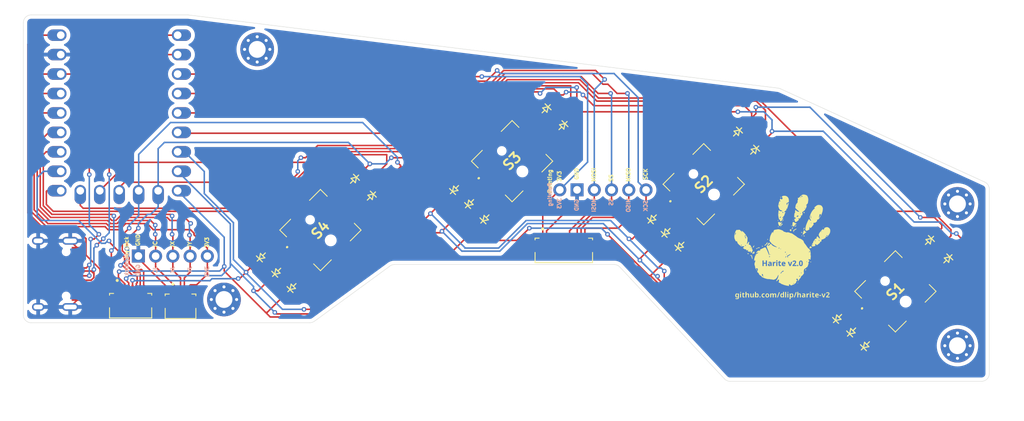
<source format=kicad_pcb>
(kicad_pcb (version 20240108) (generator "pcbnew") (generator_version "8.99")
  (layers (0 "F.Cu" signal) (31 "B.Cu" signal) (34 "B.Paste" user) (35 "F.Paste" user) (36 "B.SilkS" user "B.Silkscreen") (37 "F.SilkS" user "F.Silkscreen") (38 "B.Mask" user) (39 "F.Mask" user) (44 "Edge.Cuts" user))
  (net 0 "")
  (net 1 "Row 1")
  (net 2 "Net-(D1-A)")
  (net 3 "Net-(D2-A)")
  (net 4 "Row 2")
  (net 5 "Row 5")
  (net 6 "Net-(D3-A)")
  (net 7 "Row 4")
  (net 8 "Row 3")
  (net 9 "Net-(D7-A)")
  (net 10 "Net-(D8-A)")
  (net 11 "Net-(D11-A)")
  (net 12 "Net-(D12-A)")
  (net 13 "Net-(D13-A)")
  (net 14 "Net-(D17-A)")
  (net 15 "Net-(D18-A)")
  (net 17 "Col 1")
  (net 21 "Col 5")
  (net 22 "Col 3")
  (net 23 "Col 4")
  (net 24 "GP0")
  (net 25 "GP1")
  (net 26 "3V3")
  (net 27 "5V")
  (net 28 "Col 2")
  (net 29 "GND")
  (net 34 "JX")
  (net 35 "JY")
  (net 36 "JC")
  (net 37 "Col 6")
  (net 38 "MISO")
  (net 39 "MOSI")
  (net 40 "SCK")
  (net 41 "SS")
  (net 48 "Net-(D4-A)")
  (net 49 "Net-(D5-A)")
  (net 50 "Net-(D6-A)")
  (net 51 "Net-(D9-A)")
  (net 52 "Net-(D10-A)")
  (net 53 "Net-(D14-A)")
  (net 54 "Net-(D15-A)")
  (net 55 "Net-(D16-A)")
  (net 56 "Net-(D25-A)")
  (net 57 "Net-(D26-A)")
  (footprint "footprints:AMPHENOL_59453-051110ECHLF" (layer "F.Cu") (at 172 97.5)
    (property "Reference" "J2")
    (property "Value" "59453-051110ECHLF")
  )
  (footprint "ScottoKeebs_Components:Diode_SOD-123" (layer "F.Cu") (at 221.9 74.45 -135)
    (property "Reference" "D15" (hide yes))
    (property "Value" "D")
  )
  (footprint "ScottoKeebs_Components:Diode_SOD-123" (layer "F.Cu") (at 246.9 77.65 -135)
    (property "Reference" "D10" (hide yes))
    (property "Value" "D")
  )
  (footprint "ScottoKeebs_Components:Diode_SOD-123" (layer "F.Cu") (at 184.533274 93.616726 45)
    (property "Reference" "D17" (hide yes))
    (property "Value" "D")
  )
  (footprint "footprints:SKRHADE010" (layer "F.Cu") (at 215.25 79.1 45)
    (property "Reference" "S3")
    (property "Value" "SKRHADE010" (hide yes))
  )
  (footprint "ScottoKeebs_Components:Diode_SOD-123" (layer "F.Cu") (at 259.533274 101.416726 45)
    (property "Reference" "D2" (hide yes))
    (property "Value" "D")
  )
  (footprint "ScottoKeebs_MCU:RP2040_Zero" (layer "F.Cu") (at 164 72.8)
    (property "Reference" "U1" (hide yes))
    (property "Value" "RP2040_Zero" (hide yes))
  )
  (footprint "ScottoKeebs_Components:Diode_SOD-123" (layer "F.Cu") (at 235.333274 88.416726 45)
    (property "Reference" "D7" (hide yes))
    (property "Value" "D")
  )
  (footprint "ScottoKeebs_Components:Diode_SOD-123" (layer "F.Cu") (at 233.533274 86.65 45)
    (property "Reference" "D6" (hide yes))
    (property "Value" "D")
  )
  (footprint "ScottoKeebs_Components:Diode_SOD-123" (layer "F.Cu") (at 186.533274 95.616726 45)
    (property "Reference" "D18" (hide yes))
    (property "Value" "D")
  )
  (footprint "ScottoKeebs_Components:Diode_SOD-123" (layer "F.Cu") (at 209.7 84.65 45)
    (property "Reference" "D12" (hide yes))
    (property "Value" "D")
  )
  (footprint "ScottoKeebs_Components:Diode_SOD-123" (layer "F.Cu") (at 211.7 86.65 45)
    (property "Reference" "D13" (hide yes))
    (property "Value" "D")
  )
  (footprint "footprints:AMPHENOL_59453-121110ECHLF" (layer "F.Cu") (at 222 90.2)
    (property "Reference" "J1")
    (property "Value" "59453-121110ECHLF")
  )
  (footprint "footprints:AMPHENOL_59453-081110EDHLF" (layer "F.Cu") (at 165.49 97.825)
    (property "Reference" "J5")
    (property "Value" "59453-081110EDHLF")
  )
  (footprint "ScottoKeebs_Components:Diode_SOD-123" (layer "F.Cu") (at 261.333274 103.216726 45)
    (property "Reference" "D3" (hide yes))
    (property "Value" "D")
  )
  (footprint "ScottoKeebs_Components:Diode_SOD-123" (layer "F.Cu") (at 182.533274 91.616726 45)
    (property "Reference" "D16" (hide yes))
    (property "Value" "D")
  )
  (footprint "ScottoKeebs_Components:Diode_SOD-123" (layer "F.Cu") (at 196.9 83.65 -135)
    (property "Reference" "D26" (hide yes))
    (property "Value" "D")
  )
  (footprint "ScottoKeebs_Components:Diode_SOD-123" (layer "F.Cu") (at 257.7 99.65 45)
    (property "Reference" "D1" (hide yes))
    (property "Value" "D")
  )
  (footprint "footprints:HRO-TYPE-C-31-M-12" (layer "F.Cu") (at 150.830686 93.82 -90)
    (property "Reference" "USB1" (hide yes))
    (property "Value" "HRO-TYPE-C-31-M-12")
  )
  (footprint "ScottoKeebs_Components:Diode_SOD-123" (layer "F.Cu") (at 244.666726 75.283274 -135)
    (property "Reference" "D9" (hide yes))
    (property "Value" "D")
  )
  (footprint "footprints:MountingHole_2.2mm_M2_Pad_Via" (layer "F.Cu") (at 273.35 103.2)
    (property "Reference" "H1")
    (property "Value" "Mounting_Hole")
  )
  (footprint "footprints:MountingHole_2.2mm_M2_Pad_Via" (layer "F.Cu") (at 177.666726 97.166726)
    (property "Reference" "H3")
    (property "Value" "Mounting_Hole")
  )
  (footprint "footprints:logo-right" (layer "F.Cu") (at 250.5 90.45)
    (property "Reference" "")
    (property "Value" "LOGO" (hide yes))
  )
  (footprint "ScottoKeebs_Components:Diode_SOD-123" (layer "F.Cu") (at 237.133274 90.216726 45)
    (property "Reference" "D8" (hide yes))
    (property "Value" "D")
  )
  (footprint "ScottoKeebs_Components:Diode_SOD-123" (layer "F.Cu") (at 272.1 91.85 -135)
    (property "Reference" "D5" (hide yes))
    (property "Value" "D")
  )
  (footprint "ScottoKeebs_Components:Diode_SOD-123" (layer "F.Cu") (at 269.7 89.45 -135)
    (property "Reference" "D4" (hide yes))
    (property "Value" "D")
  )
  (footprint "footprints:MountingHole_2.2mm_M2_Pad_Via" (layer "F.Cu") (at 273.35 84.683274)
    (property "Reference" "H4")
    (property "Value" "Mounting_Hole")
  )
  (footprint "ScottoKeebs_Components:Diode_SOD-123" (layer "F.Cu") (at 207.733274 82.816726 45)
    (property "Reference" "D11" (hide yes))
    (property "Value" "D")
  )
  (footprint "footprints:Pointing-connector" (layer "F.Cu") (at 227.475 82.844 90)
    (property "Reference" "J3" (hide yes))
    (property "Value" "Conn_01x06_Pin")
  )
  (footprint "footprints:SKRHADE010" (layer "F.Cu") (at 240.25 82.11 45)
    (property "Reference" "S2")
    (property "Value" "SKRHADE010" (hide yes))
  )
  (footprint "ScottoKeebs_Components:Diode_SOD-123" (layer "F.Cu") (at 194.7 81.45 -135)
    (property "Reference" "D25" (hide yes))
    (property "Value" "D")
  )
  (footprint "ScottoKeebs_Components:Diode_SOD-123" (layer "F.Cu") (at 219.7 72.25 -135)
    (property "Reference" "D14" (hide yes))
    (property "Value" "D")
  )
  (footprint "footprints:MountingHole_2.2mm_M2_Pad_Via" (layer "F.Cu") (at 182 64.5)
    (property "Reference" "H2")
    (property "Value" "Mounting_Hole")
  )
  (footprint "footprints:SKRHADE010" (layer "F.Cu") (at 265.25 96.1 45)
    (property "Reference" "S1")
    (property "Value" "SKRHADE010" (hide yes))
  )
  (footprint "footprints:Joystick-connector" (layer "F.Cu") (at 172.25 91.5 90)
    (property "Reference" "J4" (hide yes))
    (property "Value" "Conn_01x05_Pin")
  )
  (footprint "footprints:SKRHADE010" (layer "F.Cu") (at 190.25 88.1 45)
    (property "Reference" "S4")
    (property "Value" "SKRHADE010" (hide yes))
  )
  (gr_line (start 152.5 100.198505) (end 188.873433 100.198505) (stroke (width 0.05)) (layer "Edge.Cuts"))
  (gr_line (start 276.5 107.848505) (end 243.684205 107.848505) (stroke (width 0.05)) (layer "Edge.Cuts"))
  (gr_line (start 199.209035 92.880862) (end 189.463626 100.005767) (stroke (width 0.05)) (layer "Edge.Cuts"))
  (gr_line (start 242.953548 107.53125) (end 229.296452 92.91576) (stroke (width 0.05)) (layer "Edge.Cuts"))
  (gr_line (start 173.061414 60.006136) (end 249.951109 69.559528) (stroke (width 0.05)) (layer "Edge.Cuts"))
  (gr_line (start 250.249673 69.643135) (end 276.916942 81.831047) (stroke (width 0.05)) (layer "Edge.Cuts"))
  (gr_line (start 228.565795 92.598505) (end 199.905446 92.598505) (stroke (width 0.05)) (layer "Edge.Cuts"))
  (gr_arc (start 151.5 60.998505) (mid 151.792905 60.291429) (end 152.5 59.998505) (stroke (width 0.05)) (layer "Edge.Cuts"))
  (gr_line (start 151.5 61.898505) (end 151.5 60.998505) (stroke (width 0.05)) (layer "Edge.Cuts"))
  (gr_line (start 151.5 99.198505) (end 151.5 61.898505) (stroke (width 0.05)) (layer "Edge.Cuts"))
  (gr_arc (start 243.684205 107.848505) (mid 243.285925 107.765767) (end 242.953548 107.53125) (stroke (width 0.05)) (layer "Edge.Cuts"))
  (gr_line (start 277.5 82.73998) (end 277.5 106.848505) (stroke (width 0.05)) (layer "Edge.Cuts"))
  (gr_arc (start 276.916942 81.831047) (mid 277.341709 82.200045) (end 277.5 82.73998) (stroke (width 0.05)) (layer "Edge.Cuts"))
  (gr_arc (start 152.5 100.198505) (mid 151.792878 99.905624) (end 151.5 99.198505) (stroke (width 0.05)) (layer "Edge.Cuts"))
  (gr_line (start 172.938114 59.998505) (end 152.5 59.998505) (stroke (width 0.05)) (layer "Edge.Cuts"))
  (gr_arc (start 189.463626 100.005767) (mid 189.183864 100.149096) (end 188.873433 100.198505) (stroke (width 0.05)) (layer "Edge.Cuts"))
  (gr_arc (start 228.565795 92.598505) (mid 228.964075 92.681243) (end 229.296452 92.91576) (stroke (width 0.05)) (layer "Edge.Cuts"))
  (gr_arc (start 172.938114 59.998505) (mid 172.999882 60.000417) (end 173.061414 60.006136) (stroke (width 0.05)) (layer "Edge.Cuts"))
  (gr_arc (start 277.5 106.848505) (mid 277.207107 107.555612) (end 276.5 107.848505) (stroke (width 0.05)) (layer "Edge.Cuts"))
  (gr_arc (start 249.951109 69.559528) (mid 250.103651 69.589689) (end 250.249673 69.643135) (stroke (width 0.05)) (layer "Edge.Cuts"))
  (gr_arc (start 199.209035 92.880862) (mid 199.529705 92.671771) (end 199.905446 92.598505) (stroke (width 0.05)) (layer "Edge.Cuts"))
  (segment (start 199.300001 88.05) (end 202.5 88.05) (width 0.2) (layer "F.Cu") (net 1))
  (segment (start 256.533274 101.616726) (end 254.1 104.05) (width 0.2) (layer "F.Cu") (net 1))
  (segment (start 179.724265 94.425735) (end 180.54853 93.60147) (width 0.2) (layer "F.Cu") (net 1))
  (segment (start 254.1 104.05) (end 244.431372 104.05) (width 0.2) (layer "F.Cu") (net 1))
  (segment (start 165.74 94.652064) (end 165.74 95.975) (width 0.2) (layer "F.Cu") (net 1))
  (segment (start 235.1 94.718628) (end 235.1 93.45) (width 0.2) (layer "F.Cu") (net 1))
  (segment (start 188.9 98.45) (end 199.300001 88.05) (width 0.2) (layer "F.Cu") (net 1))
  (segment (start 244.431372 104.05) (end 238.765686 98.384314) (width 0.2) (layer "F.Cu") (net 1))
  (segment (start 179.524265 94.425735) (end 179.724265 94.425735) (width 0.2) (layer "F.Cu") (net 1))
  (segment (start 232.366548 87.816726) (end 230.933274 89.25) (width 0.2) (layer "F.Cu") (net 1))
  (segment (start 165.737108 94.649172) (end 165.74 94.652064) (width 0.2) (layer "F.Cu") (net 1))
  (segment (start 256.533274 100.816726) (end 256.533274 101.616726) (width 0.2) (layer "F.Cu") (net 1))
  (segment (start 180.54853 93.60147) (end 181.366548 92.783452) (width 0.2) (layer "F.Cu") (net 1))
  (segment (start 238.765686 98.384314) (end 235.1 94.718628) (width 0.2) (layer "F.Cu") (net 1))
  (segment (start 202.5 88.05) (end 206.566548 83.983452) (width 0.2) (layer "F.Cu") (net 1))
  (segment (start 188.1 98.45) (end 188.9 98.45) (width 0.2) (layer "F.Cu") (net 1))
  (segment (start 230.933274 89.25) (end 230.5 89.25) (width 0.2) (layer "F.Cu") (net 1))
  (via (at 204.6 85.95) (size 0.6) (drill 0.3) (layers "F.Cu" "B.Cu") (net 1))
  (via (at 188.1 98.45) (size 0.6) (drill 0.3) (layers "F.Cu" "B.Cu") (net 1))
  (via (at 179.524265 94.425735) (size 0.6) (drill 0.3) (layers "F.Cu" "B.Cu") (net 1))
  (via (at 230.5 89.25) (size 0.6) (drill 0.3) (layers "F.Cu" "B.Cu") (net 1))
  (via (at 165.737108 94.649172) (size 0.6) (drill 0.3) (layers "F.Cu" "B.Cu") (net 1))
  (via (at 180.54853 93.60147) (size 0.6) (drill 0.3) (layers "F.Cu" "B.Cu") (net 1))
  (via (at 235.1 93.45) (size 0.6) (drill 0.3) (layers "F.Cu" "B.Cu") (net 1))
  (segment (start 228.1 86.85) (end 230.5 89.25) (width 0.2) (layer "B.Cu") (net 1))
  (segment (start 235.1 93.45) (end 234.7 93.05) (width 0.2) (layer "B.Cu") (net 1))
  (segment (start 180.54853 93.69853) (end 180.54853 93.60147) (width 0.2) (layer "B.Cu") (net 1))
  (segment (start 188.1 98.45) (end 185.3 98.45) (width 0.2) (layer "B.Cu") (net 1))
  (segment (start 165.797887 94.709951) (end 175.840049 94.709951) (width 0.2) (layer "B.Cu") (net 1))
  (segment (start 180.54853 93.60147) (end 178.9 91.95294) (width 0.2) (layer "B.Cu") (net 1))
  (segment (start 209.1 90.45) (end 213.485785 90.45) (width 0.2) (layer "B.Cu") (net 1))
  (segment (start 185.3 98.45) (end 180.54853 93.69853) (width 0.2) (layer "B.Cu") (net 1))
  (segment (start 234.3 93.05) (end 230.5 89.25) (width 0.2) (layer "B.Cu") (net 1))
  (segment (start 179.5 94.45) (end 179.524265 94.425735) (width 0.2) (layer "B.Cu") (net 1))
  (segment (start 172.53 77.88) (end 171.62 77.88) (width 0.2) (layer "B.Cu") (net 1))
  (segment (start 234.7 93.05) (end 234.3 93.05) (width 0.2) (layer "B.Cu") (net 1))
  (segment (start 165.737108 94.649172) (end 165.797887 94.709951) (width 0.2) (layer "B.Cu") (net 1))
  (segment (start 176.1 94.45) (end 179.5 94.45) (width 0.2) (layer "B.Cu") (net 1))
  (segment (start 178.9 87.134315) (end 175.1 83.334314) (width 0.2) (layer "B.Cu") (net 1))
  (segment (start 217.085785 86.85) (end 228.1 86.85) (width 0.2) (layer "B.Cu") (net 1))
  (segment (start 213.485785 90.45) (end 217.085785 86.85) (width 0.2) (layer "B.Cu") (net 1))
  (segment (start 175.1 83.334314) (end 175.1 80.45) (width 0.2) (layer "B.Cu") (net 1))
  (segment (start 175.1 80.45) (end 172.53 77.88) (width 0.2) (layer "B.Cu") (net 1))
  (segment (start 204.6 85.95) (end 204.648529 85.95) (width 0.2) (layer "B.Cu") (net 1))
  (segment (start 175.840049 94.709951) (end 176.1 94.45) (width 0.2) (layer "B.Cu") (net 1))
  (segment (start 204.648529 85.95) (end 209.1 90.401471) (width 0.2) (layer "B.Cu") (net 1))
  (segment (start 209.1 90.401471) (end 209.1 90.45) (width 0.2) (layer "B.Cu") (net 1))
  (segment (start 178.9 91.95294) (end 178.9 87.134315) (width 0.2) (layer "B.Cu") (net 1))
  (segment (start 259.72972 97.62028) (end 258.866726 98.483274) (width 0.2) (layer "F.Cu") (net 2))
  (segment (start 261.714466 97.62028) (end 259.72972 97.62028) (width 0.2) (layer "F.Cu") (net 2))
  (segment (start 262.722093 98.627907) (end 261.1 100.25) (width 0.2) (layer "F.Cu") (net 3))
  (segment (start 261.1 100.25) (end 260.7 100.25) (width 0.2) (layer "F.Cu") (net 3))
  (segment (start 182.124265 96.025735) (end 183.366548 94.783452) (width 0.2) (layer "F.Cu") (net 4))
  (segment (start 164.907108 94.667701) (end 164.907108 94.442892) (width 0.2) (layer "F.Cu") (net 4))
  (segment (start 184.5 99.05) (end 184.3 98.85) (width 0.2) (layer "F.Cu") (net 4))
  (segment (start 206.099999 88.25) (end 206.1 88.25) (width 0.2) (layer "F.Cu") (net 4))
  (segment (start 206.1 88.25) (end 208.533274 85.816726) (width 0.2) (layer "F.Cu") (net 4))
  (segment (start 234.224265 94.408579) (end 234.224265 94.125735) (width 0.2) (layer "F.Cu") (net 4))
  (segment (start 206.099999 88.25) (end 205.899999 88.45) (width 0.2) (layer "F.Cu") (net 4))
  (segment (start 255.3 105.65) (end 245.465686 105.65) (width 0.2) (layer "F.Cu") (net 4))
  (segment (start 205.899999 88.45) (end 199.465686 88.45) (width 0.2) (layer "F.Cu") (net 4))
  (segment (start 188.865686 99.05) (end 184.5 99.05) (width 0.2) (layer "F.Cu") (net 4))
  (segment (start 231.924265 92.025735) (end 231.924265 91.825735) (width 0.2) (layer "F.Cu") (net 4))
  (segment (start 181.524265 96.025735) (end 182.124265 96.025735) (width 0.2) (layer "F.Cu") (net 4))
  (segment (start 165.24 95.000593) (end 164.907108 94.667701) (width 0.2) (layer "F.Cu") (net 4))
  (segment (start 165.24 95.975) (end 165.24 95.000593) (width 0.2) (layer "F.Cu") (net 4))
  (segment (start 245.465686 105.65) (end 234.224265 94.408579) (width 0.2) (layer "F.Cu") (net 4))
  (segment (start 231.924265 91.825735) (end 234.166548 89.583452) (width 0.2) (layer "F.Cu") (net 4))
  (segment (start 199.465686 88.45) (end 188.865686 99.05) (width 0.2) (layer "F.Cu") (net 4))
  (segment (start 258.366548 102.583452) (end 255.3 105.65) (width 0.2) (layer "F.Cu") (net 4))
  (via (at 231.924265 92.025735) (size 0.6) (drill 0.3) (layers "F.Cu" "B.Cu") (net 4))
  (via (at 164.907108 94.442892) (size 0.6) (drill 0.3) (layers "F.Cu" "B.Cu") (net 4))
  (via (at 206.099999 88.25) (size 0.6) (drill 0.3) (layers "F.Cu" "B.Cu") (net 4))
  (via (at 184.3 98.85) (size 0.6) (drill 0.3) (layers "F.Cu" "B.Cu") (net 4))
  (via (at 234.224265 94.125735) (size 0.6) (drill 0.3) (layers "F.Cu" "B.Cu") (net 4))
  (via (at 181.524265 96.025735) (size 0.6) (drill 0.3) (layers "F.Cu" "B.Cu") (net 4))
  (segment (start 178.5 87.3) (end 178.5 92.45) (width 0.2) (layer "B.Cu") (net 4))
  (segment (start 227.14853 87.25) (end 231.924265 92.025735) (width 0.2) (layer "B.Cu") (net 4))
  (segment (start 181.524265 95.474265) (end 181.524265 96.025735) (width 0.2) (layer "B.Cu") (net 4))
  (segment (start 206.099999 88.25) (end 208.7 90.85) (width 0.2) (layer "B.Cu") (net 4))
  (segment (start 213.651471 90.85) (end 217.251471 87.25) (width 0.2) (layer "B.Cu") (net 4))
  (segment (start 171.62 80.42) (end 178.5 87.3) (width 0.2) (layer "B.Cu") (net 4))
  (segment (start 164.907108 94.442892) (end 165.300828 94.049172) (width 0.2) (layer "B.Cu") (net 4))
  (segment (start 178.5 92.45) (end 181.524265 95.474265) (width 0.2) (layer "B.Cu") (net 4))
  (segment (start 184.3 98.85) (end 181.524265 96.074265) (width 0.2) (layer "B.Cu") (net 4))
  (segment (start 234.224265 94.125735) (end 234.024265 94.125735) (width 0.2) (layer "B.Cu") (net 4))
  (segment (start 208.7 90.85) (end 213.651471 90.85) (width 0.2) (layer "B.Cu") (net 4))
  (segment (start 217.251471 87.25) (end 227.14853 87.25) (width 0.2) (layer "B.Cu") (net 4))
  (segment (start 181.524265 96.074265) (end 181.524265 96.025735) (width 0.2) (layer "B.Cu") (net 4))
  (segment (start 234.024265 94.125735) (end 231.924265 92.025735) (width 0.2) (layer "B.Cu") (net 4))
  (segment (start 178.5 92.898529) (end 178.5 92.45) (width 0.2) (layer "B.Cu") (net 4))
  (segment (start 177.349357 94.049172) (end 178.5 92.898529) (width 0.2) (layer "B.Cu") (net 4))
  (segment (start 165.300828 94.049172) (end 177.349357 94.049172) (width 0.2) (layer "B.Cu") (net 4))
  (segment (start 200.7 79.85) (end 204.614214 79.85) (width 0.2) (layer "F.Cu") (net 5))
  (segment (start 167.19 95.925) (end 167.19 93.54) (width 0.2) (layer "F.Cu") (net 5))
  (segment (start 223.7 72.65) (end 244.7 72.65) (width 0.2) (layer "F.Cu") (net 5))
  (segment (start 167.24 95.975) (end 167.19 95.925) (width 0.2) (layer "F.Cu") (net 5))
  (segment (start 164.407108 88.742892) (end 165.3 87.85) (width 0.2) (layer "F.Cu") (net 5))
  (segment (start 223.066726 73.283274) (end 223.7 72.65) (width 0.2) (layer "F.Cu") (net 5))
  (segment (start 215.308331 70.05) (end 218.7 70.05) (width 0.2) (layer "F.Cu") (net 5))
  (segment (start 212.994116 72.364214) (end 215.308331 70.05) (width 0.2) (layer "F.Cu") (net 5))
  (segment (start 200.7 79.65) (end 200.3 79.25) (width 0.2) (layer "F.Cu") (net 5))
  (segment (start 223.7 69.49853) (end 223.7 72.65) (width 0.2) (layer "F.Cu") (net 5))
  (segment (start 223.675735 69.474265) (end 223.7 69.49853) (width 0.2) (layer "F.Cu") (net 5))
  (segment (start 166.9 93.25) (end 166.100001 93.25) (width 0.2) (layer "F.Cu") (net 5))
  (segment (start 273.9 89.25) (end 273.9 90.05) (width 0.2) (layer "F.Cu") (net 5))
  (segment (start 200.7 79.85) (end 200.7 79.65) (width 0.2) (layer "F.Cu") (net 5))
  (segment (start 273.2 88.55) (end 273.9 89.25) (width 0.2) (layer "F.Cu") (net 5))
  (segment (start 165.3 92.449999) (end 165.3 91.684314) (width 0.2) (layer "F.Cu") (net 5))
  (segment (start 164.407108 90.791422) (end 164.407108 88.742892) (width 0.2) (layer "F.Cu") (net 5))
  (segment (start 165.3 91.684314) (end 164.407108 90.791422) (width 0.2) (layer "F.Cu") (net 5))
  (segment (start 249.158578 75.191422) (end 249.158578 75.391422) (width 0.2) (layer "F.Cu") (net 5))
  (segment (start 249.158578 75.391422) (end 248.066726 76.483274) (width 0.2) (layer "F.Cu") (net 5))
  (segment (start 273.9 90.05) (end 273.266726 90.683274) (width 0.2) (layer "F.Cu") (net 5))
  (segment (start 167.19 93.54) (end 166.9 93.25) (width 0.2) (layer "F.Cu") (net 5))
  (segment (start 218.7 70.05) (end 218.9 70.25) (width 0.2) (layer "F.Cu") (net 5))
  (segment (start 204.614214 79.85) (end 212.1 72.364214) (width 0.2) (layer "F.Cu") (net 5))
  (segment (start 212.1 72.364214) (end 212.994116 72.364214) (width 0.2) (layer "F.Cu") (net 5))
  (segment (start 198.066726 82.483274) (end 200.7 79.85) (width 0.2) (layer "F.Cu") (net 5))
  (segment (start 166.100001 93.25) (end 165.3 92.449999) (width 0.2) (layer "F.Cu") (net 5))
  (via (at 218.9 70.25) (size 0.6) (drill 0.3) (layers "F.Cu" "B.Cu") (net 5))
  (via (at 223.675735 69.474265) (size 0.6) (drill 0.3) (layers "F.Cu" "B.Cu") (net 5))
  (via (at 200.3 79.25) (size 0.6) (drill 0.3) (layers "F.Cu" "B.Cu") (net 5))
  (via (at 273.2 88.55) (size 0.6) (drill 0.3) (layers "F.Cu" "B.Cu") (net 5))
  (via (at 249.158578 75.191422) (size 0.6) (drill 0.3) (layers "F.Cu" "B.Cu") (net 5))
  (via (at 244.7 72.65) (size 0.6) (drill 0.3) (layers "F.Cu" "B.Cu") (net 5))
  (via (at 165.3 87.85) (size 0.6) (drill 0.3) (layers "F.Cu" "B.Cu") (net 5))
  (segment (start 165.3 87.85) (end 165.3 87.45) (width 0.2) (layer "B.Cu") (net 5))
  (segment (start 255.841422 75.191422) (end 249.158578 75.191422) (width 0.2) (layer "B.Cu") (net 5))
  (segment (start 165.3 87.45) (end 166.54 86.21) (width 0.2) (layer "B.Cu") (net 5))
  (segment (start 271.1 87.05) (end 267.7 87.05) (width 0.2) (layer "B.Cu") (net 5))
  (segment (start 170.7 74.05) (end 166.54 78.21) (width 0.2) (layer "B.Cu") (net 5))
  (segment (start 219.675735 69.474265) (end 218.9 70.25) (width 0.2) (layer "B.Cu") (net 5))
  (segment (start 248.1 72.65) (end 248.7 73.25) (width 0.2) (layer "B.Cu") (net 5))
  (segment (start 195.748529 74.05) (end 170.7 74.05) (width 0.2) (layer "B.Cu") (net 5))
  (segment (start 223.675735 69.474265) (end 219.675735 69.474265) (width 0.2) (layer "B.Cu") (net 5))
  (segment (start 166.54 78.21) (end 166.54 82.96) (width 0.2) (layer "B.Cu") (net 5))
  (segment (start 267.7 87.05) (end 255.841422 75.191422) (width 0.2) (layer "B.Cu") (net 5))
  (segment (start 272.6 88.55) (end 271.1 87.05) (width 0.2) (layer "B.Cu") (net 5))
  (segment (start 200.3 79.25) (end 200.3 78.601471) (width 0.2) (layer "B.Cu") (net 5))
  (segment (start 200.3 78.601471) (end 195.748529 74.05) (width 0.2) (layer "B.Cu") (net 5))
  (segment (start 273.2 88.55) (end 272.6 88.55) (width 0.2) (layer "B.Cu") (net 5))
  (segment (start 248.7 73.25) (end 249.158578 73.708578) (width 0.2) (layer "B.Cu") (net 5))
  (segment (start 166.54 86.21) (end 166.54 82.96) (width 0.2) (layer "B.Cu") (net 5))
  (segment (start 249.158578 73.708578) (end 249.158578 75.191422) (width 0.2) (layer "B.Cu") (net 5))
  (segment (start 244.7 72.65) (end 248.1 72.65) (width 0.2) (layer "B.Cu") (net 5))
  (segment (start 262.9 101.65) (end 262.5 102.05) (width 0.2) (layer "F.Cu") (net 6))
  (segment (start 263.72972 101.02028) (end 263.1 101.65) (width 0.2) (layer "F.Cu") (net 6))
  (segment (start 263.1 101.65) (end 262.9 101.65) (width 0.2) (layer "F.Cu") (net 6))
  (segment (start 263.72972 99.635534) (end 263.72972 101.02028) (width 0.2) (layer "F.Cu") (net 6))
  (segment (start 245.534314 71.85) (end 246.5 72.815686) (width 0.2) (layer "F.Cu") (net 7))
  (segment (start 166.34 94.975) (end 166.24 95.075) (width 0.2) (layer "F.Cu") (net 7))
  (segment (start 199.5 78.65) (end 203.9 78.65) (width 0.2) (layer "F.Cu") (net 7))
  (segment (start 164.424293 92.705664) (end 165.768629 94.05) (width 0.2) (layer "F.Cu") (net 7))
  (segment (start 224.5 70.45) (end 225.9 71.85) (width 0.2) (layer "F.Cu") (net 7))
  (segment (start 220.7 69.65) (end 221.5 70.45) (width 0.2) (layer "F.Cu") (net 7))
  (segment (start 270.334314 86.45) (end 271.3 87.415686) (width 0.2) (layer "F.Cu") (net 7))
  (segment (start 166.34 94.055686) (end 166.34 94.975) (width 0.2) (layer "F.Cu") (net 7))
  (segment (start 166.5 87.85) (end 165.007108 89.342892) (width 0.2) (layer "F.Cu") (net 7))
  (segment (start 225.9 71.85) (end 245.534314 71.85) (width 0.2) (layer "F.Cu") (net 7))
  (segment (start 166.334314 94.05) (end 166.34 94.055686) (width 0.2) (layer "F.Cu") (net 7))
  (segment (start 210.585786 71.964214) (end 212.82843 71.964214) (width 0.2) (layer "F.Cu") (net 7))
  (segment (start 165.007108 89.342892) (end 165.007108 90.542892) (width 0.2) (layer "F.Cu") (net 7))
  (segment (start 195.866726 80.283274) (end 196.7 79.45) (width 0.2) (layer "F.Cu") (net 7))
  (segment (start 221.924265 70.45) (end 222.3 70.074265) (width 0.2) (layer "F.Cu") (net 7))
  (segment (start 165.768629 94.05) (end 166.334314 94.05) (width 0.2) (layer "F.Cu") (net 7))
  (segment (start 203.9 78.65) (end 210.585786 71.964214) (width 0.2) (layer "F.Cu") (net 7))
  (segment (start 268.5 86.45) (end 270.334314 86.45) (width 0.2) (layer "F.Cu") (net 7))
  (segment (start 221.5 70.45) (end 220.866726 71.083274) (width 0.2) (layer "F.Cu") (net 7))
  (segment (start 221.5 70.45) (end 221.924265 70.45) (width 0.2) (layer "F.Cu") (net 7))
  (segment (start 246.5 73.45) (end 245.833452 74.116548) (width 0.2) (layer "F.Cu") (net 7))
  (segment (start 215.142645 69.65) (end 220.7 69.65) (width 0.2) (layer "F.Cu") (net 7))
  (segment (start 164.175735 92.705664) (end 164.424293 92.705664) (width 0.2) (layer "F.Cu") (net 7))
  (segment (start 245.833452 74.116548) (end 247.052347 72.897653) (width 0.2) (layer "F.Cu") (net 7))
  (segment (start 271.3 87.85) (end 270.866726 88.283274) (width 0.2) (layer "F.Cu") (net 7))
  (segment (start 212.82843 71.964214) (end 215.142645 69.65) (width 0.2) (layer "F.Cu") (net 7))
  (segment (start 166.24 95.075) (end 166.24 95.975) (width 0.2) (layer "F.Cu") (net 7))
  (segment (start 271.3 87.415686) (end 271.3 87.85) (width 0.2) (layer "F.Cu") (net 7))
  (segment (start 247.052347 72.897653) (end 247.052347 72.050876) (width 0.2) (layer "F.Cu") (net 7))
  (segment (start 246.5 72.815686) (end 246.5 73.45) (width 0.2) (layer "F.Cu") (net 7))
  (via (at 199.5 78.65) (size 0.6) (drill 0.3) (layers "F.Cu" "B.Cu") (net 7))
  (via (at 166.5 87.85) (size 0.6) (drill 0.3) (layers "F.Cu" "B.Cu") (net 7))
  (via (at 268.5 86.45) (size 0.6) (drill 0.3) (layers "F.Cu" "B.Cu") (net 7))
  (via (at 164.175735 92.705664) (size 0.6) (drill 0.3) (layers "F.Cu" "B.Cu") (net 7))
  (via (at 247.052347 72.050876) (size 0.6) (drill 0.3) (layers "F.Cu" "B.Cu") (net 7))
  (via (at 224.5 70.45) (size 0.6) (drill 0.3) (layers "F.Cu" "B.Cu") (net 7))
  (via (at 165.007108 90.542892) (size 0.6) (drill 0.3) (layers "F.Cu" "B.Cu") (net 7))
  (via (at 222.3 70.074265) (size 0.6) (drill 0.3) (layers "F.Cu" "B.Cu") (net 7))
  (via (at 196.7 79.45) (size 0.6) (drill 0.3) (layers "F.Cu" "B.Cu") (net 7))
  (segment (start 254.123151 72.073151) (end 268.5 86.45) (width 0.2) (layer "B.Cu") (net 7))
  (segment (start 196.7 79.45) (end 198.7 79.45) (width 0.2) (layer "B.Cu") (net 7))
  (segment (start 224.124265 70.074265) (end 224.5 70.45) (width 0.2) (layer "B.Cu") (net 7))
  (segment (start 169.08 85.07) (end 169.08 82.96) (width 0.2) (layer "B.Cu") (net 7))
  (segment (start 165.202116 90.7379) (end 165.007108 90.542892) (width 0.2) (layer "B.Cu") (net 7))
  (segment (start 247.052347 72.050876) (end 254.074413 72.050876) (width 0.2) (layer "B.Cu") (net 7))
  (segment (start 165.202116 91.679283) (end 165.202116 90.7379) (width 0.2) (layer "B.Cu") (net 7))
  (segment (start 198.7 79.45) (end 199.5 78.65) (width 0.2) (layer "B.Cu") (net 7))
  (segment (start 166.5 87.25) (end 167.7 86.05) (width 0.2) (layer "B.Cu") (net 7))
  (segment (start 166.5 87.85) (end 166.5 87.25) (width 0.2) (layer "B.Cu") (net 7))
  (segment (start 193.9 76.65) (end 169.9 76.65) (width 0.2) (layer "B.Cu") (net 7))
  (segment (start 164.175735 92.705664) (end 165.202116 91.679283) (width 0.2) (layer "B.Cu") (net 7))
  (segment (start 169.08 77.47) (end 169.08 82.96) (width 0.2) (layer "B.Cu") (net 7))
  (segment (start 222.3 70.074265) (end 224.124265 70.074265) (width 0.2) (layer "B.Cu") (net 7))
  (segment (start 168.1 86.05) (end 169.08 85.07) (width 0.2) (layer "B.Cu") (net 7))
  (segment (start 169.9 76.65) (end 169.08 77.47) (width 0.2) (layer "B.Cu") (net 7))
  (segment (start 167.7 86.05) (end 168.1 86.05) (width 0.2) (layer "B.Cu") (net 7))
  (segment (start 254.074413 72.050876) (end 254.123151 72.073151) (width 0.2) (layer "B.Cu") (net 7))
  (segment (start 196.7 79.45) (end 193.9 76.65) (width 0.2) (layer "B.Cu") (net 7))
  (segment (start 163.9 93.621542) (end 163.995821 93.525721) (width 0.2) (layer "F.Cu") (net 8))
  (segment (start 210.7 89.45) (end 215.9 89.45) (width 0.2) (layer "F.Cu") (net 8))
  (segment (start 227.7 88.65) (end 233.1 94.05) (width 0.2) (layer "F.Cu") (net 8))
  (segment (start 233.1 94.05) (end 233.3 94.05) (width 0.2) (layer "F.Cu") (net 8))
  (segment (start 164.74 95.124314) (end 164.74 95.975) (width 0.2) (layer "F.Cu") (net 8))
  (segment (start 245.3 106.05) (end 233.3 94.05) (width 0.2) (layer "F.Cu") (net 8))
  (segment (start 163.9 94.284314) (end 163.9 93.621542) (width 0.2) (layer "F.Cu") (net 8))
  (segment (start 183.1 98.85) (end 183.3 98.85) (width 0.2) (layer "F.Cu") (net 8))
  (segment (start 177.7 93.45) (end 177.7 92.85) (width 0.2) (layer "F.Cu") (net 8))
  (segment (start 206.5 91.85) (end 196.631372 91.85) (width 0.2) (layer "F.Cu") (net 8))
  (segment (start 210.533274 87.816726) (end 206.5 91.85) (width 0.2) (layer "F.Cu") (net 8))
  (segment (start 163.9 94.284314) (end 164.74 95.124314) (width 0.2) (layer "F.Cu") (net 8))
  (segment (start 196.631372 91.85) (end 189.031371 99.45) (width 0.2) (layer "F.Cu") (net 8))
  (segment (start 210.533274 87.816726) (end 210.533274 89.283274) (width 0.2) (layer "F.Cu") (net 8))
  (segment (start 258.5 106.05) (end 245.3 106.05) (width 0.2) (layer "F.Cu") (net 8))
  (segment (start 183.7 99.45) (end 183.1 98.85) (width 0.2) (layer "F.Cu") (net 8))
  (segment (start 215.9 89.45) (end 217.5 87.85) (width 0.2) (layer "F.Cu") (net 8))
  (segment (start 210.533274 89.283274) (end 210.7 89.45) (width 0.2) (layer "F.Cu") (net 8))
  (segment (start 233.3 94.05) (end 235.966548 91.383452) (width 0.2) (layer "F.Cu") (net 8))
  (segment (start 183.3 98.85) (end 185.366548 96.783452) (width 0.2) (layer "F.Cu") (net 8))
  (segment (start 183.1 98.85) (end 177.7 93.45) (width 0.2) (layer "F.Cu") (net 8))
  (segment (start 260.166548 104.383452) (end 258.5 106.05) (width 0.2) (layer "F.Cu") (net 8))
  (segment (start 189.031371 99.45) (end 183.7 99.45) (width 0.2) (layer "F.Cu") (net 8))
  (via (at 217.5 87.85) (size 0.6) (drill 0.3) (layers "F.Cu" "B.Cu") (net 8))
  (via (at 177.7 92.85) (size 0.6) (drill 0.3) (layers "F.Cu" "B.Cu") (net 8))
  (via (at 163.995821 93.525721) (size 0.6) (drill 0.3) (layers "F.Cu" "B.Cu") (net 8))
  (via (at 227.7 88.65) (size 0.6) (drill 0.3) (layers "F.Cu" "B.Cu") (net 8))
  (segment (start 226.9 87.85) (end 227.7 88.65) (width 0.2) (layer "B.Cu") (net 8))
  (segment (start 217.5 87.85) (end 226.9 87.85) (width 0.2) (layer "B.Cu") (net 8))
  (segment (start 171.62 82.96) (end 177.7 89.04) (width 0.2) (layer "B.Cu") (net 8))
  (segment (start 177.7 89.04) (end 177.7 92.85) (width 0.2) (layer "B.Cu") (net 8))
  (segment (start 177.1 93.45) (end 177.7 92.85) (width 0.2) (layer "B.Cu") (net 8))
  (segment (start 164.071542 93.45) (end 177.1 93.45) (width 0.2) (layer "B.Cu") (net 8))
  (segment (start 236.5 85.65) (end 237.512093 84.637907) (width 0.2) (layer "F.Cu") (net 9))
  (segment (start 236.5 87.25) (end 236.5 85.65) (width 0.2) (layer "F.Cu") (net 9))
  (segment (start 237.512093 84.637907) (end 237.722093 84.637907) (width 0.2) (layer "F.Cu") (net 9))
  (segment (start 238.1 86.275254) (end 238.1 86.65) (width 0.2) (layer "F.Cu") (net 10))
  (segment (start 238.72972 85.645534) (end 238.1 86.275254) (width 0.2) (layer "F.Cu") (net 10))
  (segment (start 239.3 87.85) (end 239.3 88.05) (width 0.2) (layer "F.Cu") (net 10))
  (segment (start 238.1 86.65) (end 239.3 87.85) (width 0.2) (layer "F.Cu") (net 10))
  (segment (start 239.3 88.05) (end 238.3 89.05) (width 0.2) (layer "F.Cu") (net 10))
  (segment (start 208.9 81.65) (end 209.7 80.85) (width 0.2) (layer "F.Cu") (net 11))
  (segment (start 209.7 80.85) (end 209.9 80.85) (width 0.2) (layer "F.Cu") (net 11))
  (segment (start 209.9 80.85) (end 210.5 81.45) (width 0.2) (layer "F.Cu") (net 11))
  (segment (start 210.9 81.434746) (end 211.714466 80.62028) (width 0.2) (layer "F.Cu") (net 11))
  (segment (start 210.5 81.45) (end 210.9 81.45) (width 0.2) (layer "F.Cu") (net 11))
  (segment (start 210.9 81.45) (end 210.9 81.434746) (width 0.2) (layer "F.Cu") (net 11))
  (segment (start 210.866726 83.483274) (end 212.722093 81.627907) (width 0.2) (layer "F.Cu") (net 12))
  (segment (start 213.7 84.65) (end 212.866726 85.483274) (width 0.2) (layer "F.Cu") (net 13))
  (segment (start 213.72972 82.635534) (end 213.72972 84.42028) (width 0.2) (layer "F.Cu") (net 13))
  (segment (start 213.7 84.45) (end 213.7 84.65) (width 0.2) (layer "F.Cu") (net 13))
  (segment (start 213.72972 84.42028) (end 213.7 84.45) (width 0.2) (layer "F.Cu") (net 13))
  (segment (start 187.722093 90.627907) (end 185.9 92.45) (width 0.2) (layer "F.Cu") (net 14))
  (segment (start 185.9 92.45) (end 185.7 92.45) (width 0.2) (layer "F.Cu") (net 14))
  (segment (start 188.72972 93.42028) (end 187.7 94.45) (width 0.2) (layer "F.Cu") (net 15))
  (segment (start 188.72972 91.635534) (end 188.72972 93.42028) (width 0.2) (layer "F.Cu") (net 15))
  (segment (start 272.5 88.85) (end 267.777907 93.572093) (width 0.2) (layer "F.Cu") (net 17))
  (segment (start 247.3 70.85) (end 262.1 85.65) (width 0.2) (layer "F.Cu") (net 17))
  (segment (start 262.1 85.65) (end 270.1 85.65) (width 0.2) (layer "F.Cu") (net 17))
  (segment (start 224.1 68.45) (end 226.5 70.85) (width 0.2) (layer "F.Cu") (net 17))
  (segment (start 210.082844 70.764214) (end 212.331373 70.764214) (width 0.2) (layer "F.Cu") (net 17))
  (segment (start 164.7 81.85) (end 186.168628 81.85) (width 0.2) (layer "F.Cu") (net 17))
  (segment (start 226.5 70.85) (end 247.3 70.85) (width 0.2) (layer "F.Cu") (net 17))
  (segment (start 164 82.96) (end 164 82.55) (width 0.2) (layer "F.Cu") (net 17))
  (segment (start 272.5 88.05) (end 272.5 88.85) (width 0.2) (layer "F.Cu") (net 17))
  (segment (start 189.9 77.05) (end 203.797058 77.05) (width 0.2) (layer "F.Cu") (net 17))
  (segment (start 186.234314 81.784314) (end 187.292892 80.725736) (width 0.2) (layer "F.Cu") (net 17))
  (segment (start 187.292892 80.725736) (end 187.292892 80.442892) (width 0.2) (layer "F.Cu") (net 17))
  (segment (start 188.3 78.65) (end 189.9 77.05) (width 0.2) (layer "F.Cu") (net 17))
  (segment (start 187.7 78.65) (end 188.3 78.65) (width 0.2) (layer "F.Cu") (net 17))
  (segment (start 214.645587 68.45) (end 224.1 68.45) (width 0.2) (layer "F.Cu") (net 17))
  (segment (start 212.331373 70.764214) (end 214.645587 68.45) (width 0.2) (layer "F.Cu") (net 17))
  (segment (start 270.1 85.65) (end 272.5 88.05) (width 0.2) (layer "F.Cu") (net 17))
  (segment (start 186.168628 81.85) (end 186.234314 81.784314) (width 0.2) (layer "F.Cu") (net 17))
  (segment (start 164 82.55) (end 164.7 81.85) (width 0.2) (layer "F.Cu") (net 17))
  (segment (start 203.797058 77.05) (end 210.082844 70.764214) (width 0.2) (layer "F.Cu") (net 17))
  (via (at 187.7 78.65) (size 0.6) (drill 0.3) (layers "F.Cu" "B.Cu") (net 17))
  (via (at 187.292892 80.442892) (size 0.6) (drill 0.3) (layers "F.Cu" "B.Cu") (net 17))
  (segment (start 187.292892 80.442892) (end 187.292892 79.057108) (width 0.2) (layer "B.Cu") (net 17))
  (segment (start 187.292892 79.057108) (end 187.7 78.65) (width 0.2) (layer "B.Cu") (net 17))
  (segment (start 165.934315 93.65) (end 164.7 92.415684) (width 0.2) (layer "F.Cu") (net 21))
  (segment (start 162.66971 89.61971) (end 164.7 91.65) (width 0.2) (layer "F.Cu") (net 21))
  (segment (start 166.74 95.975) (end 166.74 93.89) (width 0.2) (layer "F.Cu") (net 21))
  (segment (start 166.7 93.85) (end 166.7 93.65) (width 0.2) (layer "F.Cu") (net 21))
  (segment (start 162.66971 89.516107) (end 162.66971 89.61971) (width 0.2) (layer "F.Cu") (net 21))
  (segment (start 164.7 92.415684) (end 164.7 91.65) (width 0.2) (layer "F.Cu") (net 21))
  (segment (start 166.7 93.65) (end 165.934315 93.65) (width 0.2) (layer "F.Cu") (net 21))
  (segment (start 166.74 93.89) (end 166.7 93.85) (width 0.2) (layer "F.Cu") (net 21))
  (via (at 162.66971 89.516107) (size 0.6) (drill 0.3) (layers "F.Cu" "B.Cu") (net 21))
  (segment (start 162.482422 89.516107) (end 162.172794 89.825735) (width 0.2) (layer "B.Cu") (net 21))
  (segment (start 161.675736 89.825735) (end 158.7 86.85) (width 0.2) (layer "B.Cu") (net 21))
  (segment (start 153.3 81.25) (end 154.13 80.42) (width 0.2) (layer "B.Cu") (net 21))
  (segment (start 153.9 86.85) (end 153.3 86.25) (width 0.2) (layer "B.Cu") (net 21))
  (segment (start 162.66971 89.516107) (end 162.482422 89.516107) (width 0.2) (layer "B.Cu") (net 21))
  (segment (start 162.172794 89.825735) (end 161.675736 89.825735) (width 0.2) (layer "B.Cu") (net 21))
  (segment (start 153.3 86.25) (end 153.3 81.25) (width 0.2) (layer "B.Cu") (net 21))
  (segment (start 154.13 80.42) (end 156.38 80.42) (width 0.2) (layer "B.Cu") (net 21))
  (segment (start 158.7 86.85) (end 153.9 86.85) (width 0.2) (layer "B.Cu") (net 21))
  (segment (start 158.92 84.87) (end 158.92 82.96) (width 0.2) (layer "F.Cu") (net 22))
  (segment (start 183.334314 85.25) (end 159.3 85.25) (width 0.2) (layer "F.Cu") (net 22))
  (segment (start 214.976959 69.25) (end 212.662744 71.564214) (width 0.2) (layer "F.Cu") (net 22))
  (segment (start 210.414216 71.564214) (end 204.12843 77.85) (width 0.2) (layer "F.Cu") (net 22))
  (segment (start 222.9 71.45) (end 222.9 69.25) (width 0.2) (layer "F.Cu") (net 22))
  (segment (start 212.662744 71.564214) (end 210.414216 71.564214) (width 0.2) (layer "F.Cu") (net 22))
  (segment (start 217.777907 76.572093) (end 222.9 71.45) (width 0.2) (layer "F.Cu") (net 22))
  (segment (start 190.734314 77.85) (end 183.334314 85.25) (width 0.2) (layer "F.Cu") (net 22))
  (segment (start 204.12843 77.85) (end 190.734314 77.85) (width 0.2) (layer "F.Cu") (net 22))
  (segment (start 222.9 69.25) (end 214.976959 69.25) (width 0.2) (layer "F.Cu") (net 22))
  (segment (start 159.3 85.25) (end 158.92 84.87) (width 0.2) (layer "F.Cu") (net 22))
  (segment (start 155.397058 85.65) (end 183.5 85.65) (width 0.2) (layer "F.Cu") (net 23))
  (segment (start 156.38 82.96) (end 154.59 82.96) (width 0.2) (layer "F.Cu") (net 23))
  (segment (start 198.9 79.45) (end 192.777907 85.572093) (width 0.2) (layer "F.Cu") (net 23))
  (segment (start 190.9 78.25) (end 198.9 78.25) (width 0.2) (layer "F.Cu") (net 23))
  (segment (start 198.9 78.25) (end 198.9 79.45) (width 0.2) (layer "F.Cu") (net 23))
  (segment (start 154.5 84.752942) (end 155.397058 85.65) (width 0.2) (layer "F.Cu") (net 23))
  (segment (start 183.5 85.65) (end 190.9 78.25) (width 0.2) (layer "F.Cu") (net 23))
  (segment (start 154.59 82.96) (end 154.5 83.05) (width 0.2) (layer "F.Cu") (net 23))
  (segment (start 154.5 83.05) (end 154.5 84.752942) (width 0.2) (layer "F.Cu") (net 23))
  (segment (start 165.91 62.64) (end 171.62 62.64) (width 0.2) (layer "F.Cu") (net 24))
  (segment (start 158.525686 93.07) (end 158.545686 93.05) (width 0.2) (layer "F.Cu") (net 24))
  (segment (start 160.722748 89.274265) (end 161.347771 88.649242) (width 0.2) (layer "F.Cu") (net 24))
  (segment (start 160.08 94.07) (end 160.1 94.05) (width 0.2) (layer "F.Cu") (net 24))
  (segment (start 158.525686 94.07) (end 160.08 94.07) (width 0.2) (layer "F.Cu") (net 24))
  (segment (start 158.545686 93.05) (end 159.7 93.05) (width 0.2) (layer "F.Cu") (net 24))
  (segment (start 159.7 93.05) (end 160.1 92.65) (width 0.2) (layer "F.Cu") (net 24))
  (segment (start 160.1 80.85) (end 160.1 68.45) (width 0.2) (layer "F.Cu") (net 24))
  (segment (start 160.1 68.45) (end 165.91 62.64) (width 0.2) (layer "F.Cu") (net 24))
  (segment (start 160.275735 89.274265) (end 160.722748 89.274265) (width 0.2) (layer "F.Cu") (net 24))
  (via (at 160.275735 89.274265) (size 0.6) (drill 0.3) (layers "F.Cu" "B.Cu") (net 24))
  (via (at 160.1 92.65) (size 0.6) (drill 0.3) (layers "F.Cu" "B.Cu") (net 24))
  (via (at 160.1 94.05) (size 0.6) (drill 0.3) (layers "F.Cu" "B.Cu") (net 24))
  (via (at 161.347771 88.649242) (size 0.6) (drill 0.3) (layers "F.Cu" "B.Cu") (net 24))
  (via (at 160.1 80.85) (size 0.6) (drill 0.3) (layers "F.Cu" "B.Cu") (net 24))
  (segment (start 160.1 80.85) (end 160.1 87.401471) (width 0.2) (layer "B.Cu") (net 24))
  (segment (start 160.1 92.65) (end 160.275735 92.474265) (width 0.2) (layer "B.Cu") (net 24))
  (segment (start 160.1 87.401471) (end 161.347771 88.649242) (width 0.2) (layer "B.Cu") (net 24))
  (segment (start 160.1 94.05) (end 160.1 92.65) (width 0.2) (layer "B.Cu") (net 24))
  (segment (start 160.275735 92.474265) (end 160.275735 89.274265) (width 0.2) (layer "B.Cu") (net 24))
  (segment (start 161.075735 90.074265) (end 161.924265 89.225735) (width 0.2) (layer "F.Cu") (net 25))
  (segment (start 158.525686 94.57) (end 159.42 94.57) (width 0.2) (layer "F.Cu") (net 25))
  (segment (start 162.7 68.45) (end 165.97 65.18) (width 0.2) (layer "F.Cu") (net 25))
  (segment (start 159.42 94.57) (end 159.5 94.65) (width 0.2) (layer "F.Cu") (net 25))
  (segment (start 160.348529 93.45) (end 159.5 93.45) (width 0.2) (layer "F.Cu") (net 25))
  (segment (start 160.7 94.298529) (end 160.7 93.801471) (width 0.2) (layer "F.Cu") (net 25))
  (segment (start 160.7 93.801471) (end 160.348529 93.45) (width 0.2) (layer "F.Cu") (net 25))
  (segment (start 162.7 80.85) (end 162.7 68.45) (width 0.2) (layer "F.Cu") (net 25))
  (segment (start 159.38 93.57) (end 158.525686 93.57) (width 0.2) (layer "F.Cu") (net 25))
  (segment (start 160.348529 94.65) (end 160.7 94.298529) (width 0.2) (layer "F.Cu") (net 25))
  (segment (start 160.7 93.801471) (end 160.7 93.248928) (width 0.2) (layer "F.Cu") (net 25))
  (segment (start 159.5 93.45) (end 159.38 93.57) (width 0.2) (layer "F.Cu") (net 25))
  (segment (start 159.5 94.65) (end 160.348529 94.65) (width 0.2) (layer "F.Cu") (net 25))
  (segment (start 165.97 65.18) (end 171.62 65.18) (width 0.2) (layer "F.Cu") (net 25))
  (via (at 160.7 93.248928) (size 0.6) (drill 0.3) (layers "F.Cu" "B.Cu") (net 25))
  (via (at 161.924265 89.225735) (size 0.6) (drill 0.3) (layers "F.Cu" "B.Cu") (net 25))
  (via (at 161.075735 90.074265) (size 0.6) (drill 0.3) (layers "F.Cu" "B.Cu") (net 25))
  (via (at 162.7 80.85) (size 0.6) (drill 0.3) (layers "F.Cu" "B.Cu") (net 25))
  (segment (start 160.7 90.45) (end 161.075735 90.074265) (width 0.2) (layer "B.Cu") (net 25))
  (segment (start 160.7 93.248928) (end 160.7 90.45) (width 0.2) (layer "B.Cu") (net 25))
  (segment (start 161.924265 89.225735) (end 162.7 88.45) (width 0.2) (layer "B.Cu") (net 25))
  (segment (start 162.7 88.45) (end 162.7 80.85) (width 0.2) (layer "B.Cu") (net 25))
  (segment (start 173.3 88.05) (end 168.451471 88.05) (width 0.2) (layer "F.Cu") (net 26))
  (segment (start 175.5 90.45) (end 173.763603 88.713603) (width 0.2) (layer "F.Cu") (net 26))
  (segment (start 175.5 93.85) (end 175.5 91.5) (width 0.2) (layer "F.Cu") (net 26))
  (segment (start 153.03 67.72) (end 156.38 67.72) (width 0.2) (layer "F.Cu") (net 26))
  (segment (start 162.154413 87.65) (end 154.5 87.65) (width 0.2) (layer "F.Cu") (net 26))
  (segment (start 174.1 95.25) (end 175.5 93.85) (width 0.2) (layer "F.Cu") (net 26))
  (segment (start 173.7 61.05) (end 166.1 61.05) (width 0.2) (layer "F.Cu") (net 26))
  (segment (start 166.1 61.05) (end 159.43 67.72) (width 0.2) (layer "F.Cu") (net 26))
  (segment (start 180.7 68.05) (end 173.7 61.05) (width 0.2) (layer "F.Cu") (net 26))
  (segment (start 175.5 91.5) (end 175.5 90.45) (width 0.2) (layer "F.Cu") (net 26))
  (segment (start 219.25 85.069) (end 219.25 89) (width 0.2) (layer "F.Cu") (net 26))
  (segment (start 167.651471 87.25) (end 164.845584 87.25) (width 0.2) (layer "F.Cu") (net 26))
  (segment (start 173.3 95.25) (end 174.1 95.25) (width 0.2) (layer "F.Cu") (net 26))
  (segment (start 173 96.3) (end 173 95.55) (width 0.2) (layer "F.Cu") (net 26))
  (segment (start 168.451471 88.05) (end 167.651471 87.25) (width 0.2) (layer "F.Cu") (net 26))
  (segment (start 221.475 82.844) (end 219.25 85.069) (width 0.2) (layer "F.Cu") (net 26))
  (segment (start 159.43 67.72) (end 156.38 67.72) (width 0.2) (layer "F.Cu") (net 26))
  (segment (start 173 95.55) (end 173.3 95.25) (width 0.2) (layer "F.Cu") (net 26))
  (segment (start 164.045584 88.05) (end 162.554413 88.05) (width 0.2) (layer "F.Cu") (net 26))
  (segment (start 152.5 85.65) (end 152.5 68.25) (width 0.2) (layer "F.Cu") (net 26))
  (segment (start 164.845584 87.25) (end 164.045584 88.05) (width 0.2) (layer "F.Cu") (net 26))
  (segment (start 173.763603 88.713603) (end 173.763603 88.513603) (width 0.2) (layer "F.Cu") (net 26))
  (segment (start 154.5 87.65) (end 152.5 85.65) (width 0.2) (layer "F.Cu") (net 26))
  (segment (start 173.763603 88.513603) (end 173.3 88.05) (width 0.2) (layer "F.Cu") (net 26))
  (segment (start 152.5 68.25) (end 153.03 67.72) (width 0.2) (layer "F.Cu") (net 26))
  (segment (start 211.3 68.05) (end 180.7 68.05) (width 0.2) (layer "F.Cu") (net 26))
  (segment (start 162.554413 88.05) (end 162.154413 87.65) (width 0.2) (layer "F.Cu") (net 26))
  (via (at 211.3 68.05) (size 0.6) (drill 0.3) (layers "F.Cu" "B.Cu") (net 26))
  (segment (start 221.9 68.05) (end 211.3 68.05) (width 0.2) (layer "B.Cu") (net 26))
  (segment (start 225.1 75.25) (end 225.1 69.05) (width 0.2) (layer "B.Cu") (net 26))
  (segment (start 225.1 79.219) (end 225.1 75.25) (width 0.2) (layer "B.Cu") (net 26))
  (segment (start 225.1 69.05) (end 224.1 68.05) (width 0.2) (layer "B.Cu") (net 26))
  (segment (start 221.475 82.844) (end 225.1 79.219) (width 0.2) (layer "B.Cu") (net 26))
  (segment (start 224.1 68.05) (end 221.9 68.05) (width 0.2) (layer "B.Cu") (net 26))
  (segment (start 161.5 94.65) (end 159.88 96.27) (width 0.2) (layer "F.Cu") (net 27))
  (segment (start 158.525686 91.37) (end 159.668529 91.37) (width 0.2) (layer "F.Cu") (net 27))
  (segment (start 158.5 88.05) (end 154.3 88.05) (width 0.2) (layer "F.Cu") (net 27))
  (segment (start 152.1 85.85) (end 152.1 63.85) (width 0.2) (layer "F.Cu") (net 27))
  (segment (start 159.88 96.27) (end 158.525686 96.27) (width 0.2) (layer "F.Cu") (net 27))
  (segment (start 153.31 62.64) (end 156.38 62.64) (width 0.2) (layer "F.Cu") (net 27))
  (segment (start 154.3 88.05) (end 152.1 85.85) (width 0.2) (layer "F.Cu") (net 27))
  (segment (start 159.668529 91.37) (end 161.5 93.201471) (width 0.2) (layer "F.Cu") (net 27))
  (segment (start 161.5 93.201471) (end 161.5 94.65) (width 0.2) (layer "F.Cu") (net 27))
  (segment (start 159.668529 89.218529) (end 158.5 88.05) (width 0.2) (layer "F.Cu") (net 27))
  (segment (start 159.668529 91.37) (end 159.668529 89.218529) (width 0.2) (layer "F.Cu") (net 27))
  (segment (start 152.1 63.85) (end 153.31 62.64) (width 0.2) (layer "F.Cu") (net 27))
  (segment (start 247.1 71.25) (end 248.3 72.45) (width 0.2) (layer "F.Cu") (net 28))
  (segment (start 165.17 79.25) (end 188.768628 79.25) (width 0.2) (layer "F.Cu") (net 28))
  (segment (start 223.9 68.85) (end 226.3 71.25) (width 0.2) (layer "F.Cu") (net 28))
  (segment (start 210.24853 71.164214) (end 212.497059 71.164214) (width 0.2) (layer "F.Cu") (net 28))
  (segment (start 226.3 71.25) (end 247.1 71.25) (width 0.2) (layer "F.Cu") (net 28))
  (segment (start 161.46 82.96) (end 165.17 79.25) (width 0.2) (layer "F.Cu") (net 28))
  (segment (start 212.497059 71.164214) (end 214.811273 68.85) (width 0.2) (layer "F.Cu") (net 28))
  (segment (start 214.811273 68.85) (end 223.9 68.85) (width 0.2) (layer "F.Cu") (net 28))
  (segment (start 203.962744 77.45) (end 210.24853 71.164214) (width 0.2) (layer "F.Cu") (net 28))
  (segment (start 248.3 72.45) (end 248.3 74.06) (width 0.2) (layer "F.Cu") (net 28))
  (segment (start 248.3 74.06) (end 242.777907 79.582093) (width 0.2) (layer "F.Cu") (net 28))
  (segment (start 188.768628 79.25) (end 190.568628 77.45) (width 0.2) (layer "F.Cu") (net 28))
  (segment (start 190.568628 77.45) (end 203.962744 77.45) (width 0.2) (layer "F.Cu") (net 28))
  (segment (start 158.525686 90.595) (end 158.525686 90.415) (width 0.2) (layer "F.Cu") (net 29))
  (segment (start 166.5 91.8) (end 166.5 91.488) (width 0.2) (layer "F.Cu") (net 29))
  (segment (start 158.525686 97.225) (end 157.610686 98.14) (width 0.2) (layer "F.Cu") (net 29))
  (segment (start 223.725 84.225) (end 223.725 82.844) (width 0.2) (layer "F.Cu") (net 29))
  (segment (start 219.75 89) (end 219.75 88.2) (width 0.2) (layer "F.Cu") (net 29))
  (segment (start 171 96.3) (end 166.5 91.8) (width 0.2) (layer "F.Cu") (net 29))
  (segment (start 158.525686 97.045) (end 158.525686 97.225) (width 0.2) (layer "F.Cu") (net 29))
  (segment (start 219.75 88.2) (end 223.725 84.225) (width 0.2) (layer "F.Cu") (net 29))
  (segment (start 158.525686 90.415) (end 157.610686 89.5) (width 0.2) (layer "F.Cu") (net 29))
  (segment (start 163.548529 86.85) (end 163.051471 86.85) (width 0.2) (layer "F.Cu") (net 34))
  (segment (start 154.81 75.34) (end 156.38 75.34) (width 0.2) (layer "F.Cu") (net 34))
  (segment (start 172 96.3) (end 172 94.35) (width 0.2) (layer "F.Cu") (net 34))
  (segment (start 171 93.35) (end 171 91.5) (width 0.2) (layer "F.Cu") (net 34))
  (segment (start 162.7 86.498529) (end 162.7 86.45) (width 0.2) (layer "F.Cu") (net 34))
  (segment (start 171 88.75) (end 171 91.5) (width 0.2) (layer "F.Cu") (net 34))
  (segment (start 170.7 86.05) (end 164.348529 86.05) (width 0.2) (layer "F.Cu") (net 34))
  (segment (start 163.051471 86.85) (end 162.7 86.498529) (width 0.2) (layer "F.Cu") (net 34))
  (segment (start 172 94.35) (end 171 93.35) (width 0.2) (layer "F.Cu") (net 34))
  (segment (start 153.7 85.084314) (end 153.7 76.45) (width 0.2) (layer "F.Cu") (net 34))
  (segment (start 162.7 86.45) (end 155.065686 86.45) (width 0.2) (layer "F.Cu") (net 34))
  (segment (start 164.348529 86.05) (end 163.548529 86.85) (width 0.2) (layer "F.Cu") (net 34))
  (segment (start 155.065686 86.45) (end 153.7 85.084314) (width 0.2) (layer "F.Cu") (net 34))
  (segment (start 153.7 76.45) (end 154.81 75.34) (width 0.2) (layer "F.Cu") (net 34))
  (segment (start 170.9 86.25) (end 170.7 86.05) (width 0.2) (layer "F.Cu") (net 34))
  (segment (start 170.9 88.65) (end 171 88.75) (width 0.2) (layer "F.Cu") (net 34))
  (via (at 170.9 86.25) (size 0.6) (drill 0.3) (layers "F.Cu" "B.Cu") (net 34))
  (via (at 170.9 88.65) (size 0.6) (drill 0.3) (layers "F.Cu" "B.Cu") (net 34))
  (segment (start 170.9 86.25) (end 170.9 88.65) (width 0.2) (layer "B.Cu") (net 34))
  (segment (start 153.55 72.8) (end 156.38 72.8) (width 0.2) (layer "F.Cu") (net 35))
  (segment (start 173.163603 88.762132) (end 173.25 88.848529) (width 0.2) (layer "F.Cu") (net 35))
  (segment (start 154.9 86.85) (end 153.3 85.25) (width 0.2) (layer "F.Cu") (net 35))
  (segment (start 162.485785 86.85) (end 154.9 86.85) (width 0.2) (layer "F.Cu") (net 35))
  (segment (start 172.54853 86.45) (end 172.14853 86.85) (width 0.2) (layer "F.Cu") (net 35))
  (segment (start 172.14853 86.85) (end 170.651471 86.85) (width 0.2) (layer "F.Cu") (net 35))
  (segment (start 164.514214 86.45) (end 163.714214 87.25) (width 0.2) (layer "F.Cu") (net 35))
  (segment (start 173.25 93.6) (end 173.25 91.5) (width 0.2) (layer "F.Cu") (net 35))
  (segment (start 172.5 94.35) (end 173.25 93.6) (width 0.2) (layer "F.Cu") (net 35))
  (segment (start 153.3 85.25) (end 153.3 73.05) (width 0.2) (layer "F.Cu") (net 35))
  (segment (start 170.251471 86.45) (end 164.514214 86.45) (width 0.2) (layer "F.Cu") (net 35))
  (segment (start 162.885785 87.25) (end 162.485785 86.85) (width 0.2) (layer "F.Cu") (net 35))
  (segment (start 172.5 96.3) (end 172.5 94.35) (width 0.2) (layer "F.Cu") (net 35))
  (segment (start 163.714214 87.25) (end 162.885785 87.25) (width 0.2) (layer "F.Cu") (net 35))
  (segment (start 173.324265 87.225735) (end 172.54853 86.45) (width 0.2) (layer "F.Cu") (net 35))
  (segment (start 170.651471 86.85) (end 170.251471 86.45) (width 0.2) (layer "F.Cu") (net 35))
  (segment (start 173.25 88.848529) (end 173.25 91.5) (width 0.2) (layer "F.Cu") (net 35))
  (segment (start 153.3 73.05) (end 153.55 72.8) (width 0.2) (layer "F.Cu") (net 35))
  (via (at 173.163603 88.762132) (size 0.6) (drill 0.3) (layers "F.Cu" "B.Cu") (net 35))
  (via (at 173.324265 87.225735) (size 0.6) (drill 0.3) (layers "F.Cu" "B.Cu") (net 35))
  (segment (start 173.163603 87.386397) (end 173.324265 87.225735) (width 0.2) (layer "B.Cu") (net 35))
  (segment (start 173.163603 88.762132) (end 173.163603 87.386397) (width 0.2) (layer "B.Cu") (net 35))
  (segment (start 153.91 70.26) (end 156.38 70.26) (width 0.2) (layer "F.Cu") (net 36))
  (segment (start 152.9 85.45) (end 152.9 71.05) (width 0.2) (layer "F.Cu") (net 36))
  (segment (start 171.5 96.3) (end 171.5 95.65) (width 0.2) (layer "F.Cu") (net 36))
  (segment (start 153.9 70.25) (end 153.91 70.26) (width 0.2) (layer "F.Cu") (net 36))
  (segment (start 168.75 88.7) (end 168.75 91.5) (width 0.2) (layer "F.Cu") (net 36))
  (segment (start 153.7 70.25) (end 153.9 70.25) (width 0.2) (layer "F.Cu") (net 36))
  (segment (start 171.5 95.65) (end 168.75 92.9) (width 0.2) (layer "F.Cu") (net 36))
  (segment (start 162.720099 87.65) (end 162.320099 87.25) (width 0.2) (layer "F.Cu") (net 36))
  (segment (start 168.1 86.85) (end 164.679899 86.85) (width 0.2) (layer "F.Cu") (net 36))
  (segment (start 152.9 71.05) (end 153.7 70.25) (width 0.2) (layer "F.Cu") (net 36))
  (segment (start 168.7 88.65) (end 168.75 88.7) (width 0.2) (layer "F.Cu") (net 36))
  (segment (start 154.7 87.25) (end 152.9 85.45) (width 0.2) (layer "F.Cu") (net 36))
  (segment (start 163.879899 87.65) (end 162.720099 87.65) (width 0.2) (layer "F.Cu") (net 36))
  (segment (start 168.7 87.45) (end 168.1 86.85) (width 0.2) (layer "F.Cu") (net 36))
  (segment (start 164.679899 86.85) (end 163.879899 87.65) (width 0.2) (layer "F.Cu") (net 36))
  (segment (start 162.320099 87.25) (end 154.7 87.25) (width 0.2) (layer "F.Cu") (net 36))
  (segment (start 168.75 92.9) (end 168.75 91.5) (width 0.2) (layer "F.Cu") (net 36))
  (via (at 168.7 87.45) (size 0.6) (drill 0.3) (layers "F.Cu" "B.Cu") (net 36))
  (via (at 168.7 88.65) (size 0.6) (drill 0.3) (layers "F.Cu" "B.Cu") (net 36))
  (segment (start 168.7 88.65) (end 168.7 87.45) (width 0.2) (layer "B.Cu") (net 36))
  (segment (start 163.1 86.05) (end 155.231372 86.05) (width 0.2) (layer "F.Cu") (net 37))
  (segment (start 163.3 86.25) (end 163.1 86.05) (width 0.2) (layer "F.Cu") (net 37))
  (segment (start 164.24 95.19) (end 164.24 95.975) (width 0.2) (layer "F.Cu") (net 37))
  (segment (start 162.975735 93.925735) (end 164.24 95.19) (width 0.2) (layer "F.Cu") (net 37))
  (segment (start 155.231372 86.05) (end 154.1 84.918628) (width 0.2) (layer "F.Cu") (net 37))
  (segment (start 154.1 84.918628) (end 154.1 78.25) (width 0.2) (layer "F.Cu") (net 37))
  (segment (start 154.47 77.88) (end 156.38 77.88) (width 0.2) (layer "F.Cu") (net 37))
  (segment (start 162.975735 90.774265) (end 162.975735 93.925735) (width 0.2) (layer "F.Cu") (net 37))
  (segment (start 154.1 78.25) (end 154.47 77.88) (width 0.2) (layer "F.Cu") (net 37))
  (via (at 162.975735 90.774265) (size 0.6) (drill 0.3) (layers "F.Cu" "B.Cu") (net 37))
  (via (at 163.3 86.25) (size 0.6) (drill 0.3) (layers "F.Cu" "B.Cu") (net 37))
  (segment (start 162.975735 90.774265) (end 163.3 90.45) (width 0.2) (layer "B.Cu") (net 37))
  (segment (start 163.3 90.45) (end 163.3 86.25) (width 0.2) (layer "B.Cu") (net 37))
  (segment (start 206.915686 72.8) (end 209.751472 69.964214) (width 0.2) (layer "F.Cu") (net 38))
  (segment (start 230.475 84.875) (end 228.9 86.45) (width 0.2) (layer "F.Cu") (net 38))
  (segment (start 212.000001 69.964214) (end 214.314215 67.65) (width 0.2) (layer "F.Cu") (net 38))
  (segment (start 214.314215 67.65) (end 225.7 67.65) (width 0.2) (layer "F.Cu") (net 38))
  (segment (start 228.9 86.45) (end 225.734314 86.45) (width 0.2) (layer "F.Cu") (net 38))
  (segment (start 225.734314 86.45) (end 224.25 87.934314) (width 0.2) (layer "F.Cu") (net 38))
  (segment (start 227.1 69.05) (end 227.748529 69.05) (width 0.2) (layer "F.Cu") (net 38))
  (segment (start 230.475 82.856) (end 230.475 84.875) (width 0.2) (layer "F.Cu") (net 38))
  (segment (start 225.7 67.65) (end 227.1 69.05) (width 0.2) (layer "F.Cu") (net 38))
  (segment (start 227.748529 69.05) (end 228.948529 70.25) (width 0.2) (layer "F.Cu") (net 38))
  (segment (start 224.25 87.934314) (end 224.25 89) (width 0.2) (layer "F.Cu") (net 38))
  (segment (start 171.62 72.8) (end 206.915686 72.8) (width 0.2) (layer "F.Cu") (net 38))
  (segment (start 209.751472 69.964214) (end 212.000001 69.964214) (width 0.2) (layer "F.Cu") (net 38))
  (segment (start 228.948529 70.25) (end 230.3 70.25) (width 0.2) (layer "F.Cu") (net 38))
  (via (at 230.3 70.25) (size 0.6) (drill 0.3) (layers "F.Cu" "B.Cu") (net 38))
  (segment (start 230.475 70.425) (end 230.475 82.856) (width 0.2) (layer "B.Cu") (net 38))
  (segment (start 230.3 70.25) (end 230.475 70.425) (width 0.2) (layer "B.Cu") (net 38))
  (segment (start 209.585786 69.564214) (end 211.834315 69.564214) (width 0.2) (layer "F.Cu") (net 39))
  (segment (start 226.14853 67.25) (end 227.324265 68.425735) (width 0.2) (layer "F.Cu") (net 39))
  (segment (start 222.75 88.2) (end 222.75 89) (width 0.2) (layer "F.Cu") (net 39))
  (segment (start 211.834315 69.564214) (end 214.148529 67.25) (width 0.2) (layer "F.Cu") (net 39))
  (segment (start 179.91 70.26) (end 181.9 72.25) (width 0.2) (layer "F.Cu") (net 39))
  (segment (start 171.62 70.26) (end 179.91 70.26) (width 0.2) (layer "F.Cu") (net 39))
  (segment (start 181.9 72.25) (end 206.9 72.25) (width 0.2) (layer "F.Cu") (net 39))
  (segment (start 206.9 72.25) (end 209.585786 69.564214) (width 0.2) (layer "F.Cu") (net 39))
  (segment (start 225.975 82.844) (end 225.975 84.975) (width 0.2) (layer "F.Cu") (net 39))
  (segment (start 225.975 84.975) (end 222.75 88.2) (width 0.2) (layer "F.Cu") (net 39))
  (segment (start 214.148529 67.25) (end 226.14853 67.25) (width 0.2) (layer "F.Cu") (net 39))
  (via (at 227.324265 68.425735) (size 0.6) (drill 0.3) (layers "F.Cu" "B.Cu") (net 39))
  (segment (start 225.975 69.775) (end 225.975 82.844) (width 0.2) (layer "B.Cu") (net 39))
  (segment (start 227.324265 68.425735) (end 225.975 69.775) (width 0.2) (layer "B.Cu") (net 39))
  (segment (start 229.1 87.85) (end 232.725 84.225) (width 0.2) (layer "F.Cu") (net 40))
  (segment (start 211.9 68.65) (end 213.3 67.25) (width 0.2) (layer "F.Cu") (net 40))
  (segment (start 224.9 87.85) (end 229.1 87.85) (width 0.2) (layer "F.Cu") (net 40))
  (segment (start 179.1 68.65) (end 211.9 68.65) (width 0.2) (layer "F.Cu") (net 40))
  (segment (start 224.75 89) (end 224.75 88) (width 0.2) (layer "F.Cu") (net 40))
  (segment (start 178.17 67.72) (end 179.1 68.65) (width 0.2) (layer "F.Cu") (net 40))
  (segment (start 224.75 88) (end 224.9 87.85) (width 0.2) (layer "F.Cu") (net 40))
  (segment (start 171.62 67.72) (end 178.17 67.72) (width 0.2) (layer "F.Cu") (net 40))
  (segment (start 232.725 84.225) (end 232.725 82.856) (width 0.2) (layer "F.Cu") (net 40))
  (via (at 213.3 67.25) (size 0.6) (drill 0.3) (layers "F.Cu" "B.Cu") (net 40))
  (segment (start 213.3 67.25) (end 213.7 67.65) (width 0.2) (layer "B.Cu") (net 40))
  (segment (start 213.7 67.65) (end 228.548529 67.65) (width 0.2) (layer "B.Cu") (net 40))
  (segment (start 228.548529 67.65) (end 231.7 70.801471) (width 0.2) (layer "B.Cu") (net 40))
  (segment (start 231.7 70.801471) (end 231.7 81.831) (width 0.2) (layer "B.Cu") (net 40))
  (segment (start 231.7 81.831) (end 232.725 82.856) (width 0.2) (layer "B.Cu") (net 40))
  (segment (start 225.768628 85.85) (end 226.9 85.85) (width 0.2) (layer "F.Cu") (net 41))
  (segment (start 209.917158 70.364214) (end 212.165687 70.364214) (width 0.2) (layer "F.Cu") (net 41))
  (segment (start 171.73 75.45) (end 204.831372 75.45) (width 0.2) (layer "F.Cu") (net 41))
  (segment (start 223.75 89) (end 223.75 87.868628) (width 0.2) (layer "F.Cu") (net 41))
  (segment (start 214.479901 68.05) (end 224.265686 68.05) (width 0.2) (layer "F.Cu") (net 41))
  (segment (start 228.225 84.525) (end 228.225 82.856) (width 0.2) (layer "F.Cu") (net 41))
  (segment (start 204.831372 75.45) (end 209.917158 70.364214) (width 0.2) (layer "F.Cu") (net 41))
  (segment (start 223.75 87.868628) (end 225.768628 85.85) (width 0.2) (layer "F.Cu") (net 41))
  (segment (start 212.165687 70.364214) (end 214.479901 68.05) (width 0.2) (layer "F.Cu") (net 41))
  (segment (start 226.9 85.85) (end 228.225 84.525) (width 0.2) (layer "F.Cu") (net 41))
  (segment (start 224.265686 68.05) (end 226.465686 70.25) (width 0.2) (layer "F.Cu") (net 41))
  (segment (start 171.62 75.34) (end 171.73 75.45) (width 0.2) (layer "F.Cu") (net 41))
  (segment (start 226.465686 70.25) (end 228.1 70.25) (width 0.2) (layer "F.Cu") (net 41))
  (via (at 228.1 70.25) (size 0.6) (drill 0.3) (layers "F.Cu" "B.Cu") (net 41))
  (segment (start 228.225 70.375) (end 228.225 82.856) (width 0.2) (layer "B.Cu") (net 41))
  (segment (start 228.1 70.25) (end 228.225 70.375) (width 0.2) (layer "B.Cu") (net 41))
  (segment (start 268.533274 90.801472) (end 268.533274 90.616726) (width 0.2) (layer "F.Cu") (net 48))
  (segment (start 266.77028 92.564466) (end 268.533274 90.801472) (width 0.2) (layer "F.Cu") (net 48))
  (segment (start 268.785534 94.57972) (end 269.37028 94.57972) (width 0.2) (layer "F.Cu") (net 49))
  (segment (start 269.37028 94.57972) (end 270.933274 93.016726) (width 0.2) (layer "F.Cu") (net 49))
  (segment (start 234.7 85.483274) (end 236.552994 83.63028) (width 0.2) (layer "F.Cu") (net 50))
  (segment (start 236.552994 83.63028) (end 236.714466 83.63028) (width 0.2) (layer "F.Cu") (net 50))
  (segment (start 242.5 77.844746) (end 242.5 77.45) (width 0.2) (layer "F.Cu") (net 51))
  (segment (start 242.5 77.45) (end 243.5 76.45) (width 0.2) (layer "F.Cu") (net 51))
  (segment (start 241.77028 78.574466) (end 242.5 77.844746) (width 0.2) (layer "F.Cu") (net 51))
  (segment (start 245.558528 78.816726) (end 245.733274 78.816726) (width 0.2) (layer "F.Cu") (net 52))
  (segment (start 243.785534 80.58972) (end 245.558528 78.816726) (width 0.2) (layer "F.Cu") (net 52))
  (segment (start 218.533274 73.801472) (end 218.533274 73.416726) (width 0.2) (layer "F.Cu") (net 53))
  (segment (start 216.77028 75.564466) (end 218.533274 73.801472) (width 0.2) (layer "F.Cu") (net 53))
  (segment (start 220.733274 75.63198) (end 220.733274 75.616726) (width 0.2) (layer "F.Cu") (net 54))
  (segment (start 218.785534 77.57972) (end 220.733274 75.63198) (width 0.2) (layer "F.Cu") (net 54))
  (segment (start 184.52972 89.62028) (end 183.7 90.45) (width 0.2) (layer "F.Cu") (net 55))
  (segment (start 186.714466 89.62028) (end 184.52972 89.62028) (width 0.2) (layer "F.Cu") (net 55))
  (segment (start 191.77028 84.564466) (end 193.533274 82.801472) (width 0.2) (layer "F.Cu") (net 56))
  (segment (start 193.533274 82.801472) (end 193.533274 82.616726) (width 0.2) (layer "F.Cu") (net 56))
  (segment (start 193.785534 86.57972) (end 195.548528 84.816726) (width 0.2) (layer "F.Cu") (net 57))
  (segment (start 195.548528 84.816726) (end 195.733274 84.816726) (width 0.2) (layer "F.Cu") (net 57))
  (zone (net 29) (net_name "GND") (layer "B.Cu") (connect_pads (clearance 0.5)) (min_thickness 0.25) (fill yes (thermal_gap 0.5) (thermal_bridge_width 0.5))
    (polygon (pts (xy 149.536937 58.05) (xy 185.536937 58.05) (xy 256.036937 66.05) (xy 282.036937 78.55) (xy 281.536937 110.55) (xy 240.536937 113.05) (xy 228.536937 97.05) (xy 200.036937 96.05) (xy 186.036937 103.05) (xy 149.036937 102.55)))
  )
)
</source>
